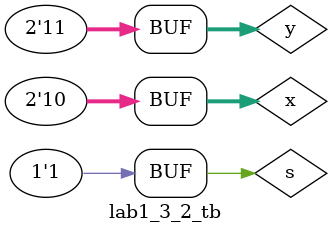
<source format=v>
`timescale 1ns / 1ps

module lab1_3_2_tb(
    );
    
    reg [1:0] x, y;
	reg s;
    wire [1:0] m;
    
    lab1_3_2 DUT (.x(x), .y(y), .s(s), .m(m));
    
    initial
    begin
      x = 0; y = 0; s = 0;
      #10 x = 1;
      #10 y = 1;
      #10 x = 3; y = 0;
      #10 x = 2; y = 3;
      #10 s = 1;
      #10 x = 1;
      #10 y = 1;
      #10 x = 3; y = 0;
      #10 x = 2; y = 3;
	#20;
    end

endmodule

</source>
